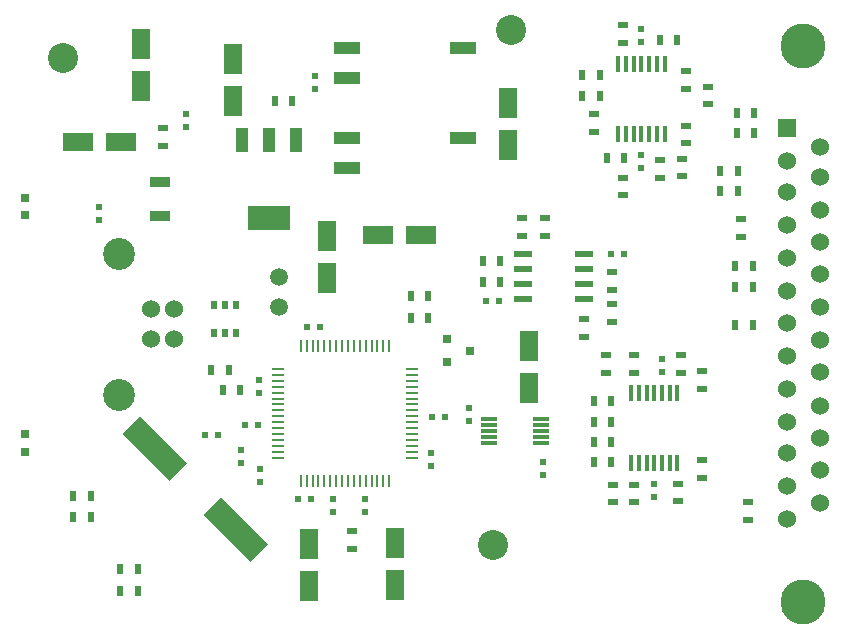
<source format=gbr>
G04 #@! TF.FileFunction,Soldermask,Top*
%FSLAX46Y46*%
G04 Gerber Fmt 4.6, Leading zero omitted, Abs format (unit mm)*
G04 Created by KiCad (PCBNEW 4.0.2-stable) date 2016-08-13 10:38.46*
%MOMM*%
G01*
G04 APERTURE LIST*
%ADD10C,0.100000*%
%ADD11C,2.540000*%
%ADD12C,1.506220*%
%ADD13R,0.900000X0.500000*%
%ADD14R,3.657600X2.032000*%
%ADD15R,1.016000X2.032000*%
%ADD16R,0.500000X0.600000*%
%ADD17R,0.600000X0.500000*%
%ADD18R,0.797560X0.797560*%
%ADD19R,1.700000X0.900000*%
%ADD20R,0.500000X0.900000*%
%ADD21C,1.524000*%
%ADD22C,2.700020*%
%ADD23C,3.810000*%
%ADD24R,1.524000X1.524000*%
%ADD25R,0.550000X0.800000*%
%ADD26R,0.800100X0.800100*%
%ADD27R,2.200000X1.000000*%
%ADD28R,1.400000X0.300000*%
%ADD29R,0.450000X1.450000*%
%ADD30R,1.550000X0.600000*%
%ADD31R,0.250000X1.000000*%
%ADD32R,1.000000X0.250000*%
%ADD33R,2.600960X1.600200*%
%ADD34R,1.600200X2.600960*%
G04 APERTURE END LIST*
D10*
D11*
X104350000Y-108450000D03*
X142250000Y-106050000D03*
D12*
X122650000Y-129470000D03*
X122650000Y-126930000D03*
D13*
X150800000Y-126550000D03*
X150800000Y-128050000D03*
D14*
X121800000Y-122002000D03*
D15*
X121800000Y-115398000D03*
X119514000Y-115398000D03*
X124086000Y-115398000D03*
D16*
X107400000Y-122150000D03*
X107400000Y-121050000D03*
X114700000Y-114250000D03*
X114700000Y-113150000D03*
X125700000Y-111050000D03*
X125700000Y-109950000D03*
X145000000Y-142650000D03*
X145000000Y-143750000D03*
X138700000Y-138050000D03*
X138700000Y-139150000D03*
X154400000Y-145600000D03*
X154400000Y-144500000D03*
X155050000Y-133900000D03*
X155050000Y-135000000D03*
X153300000Y-117750000D03*
X153300000Y-116650000D03*
D17*
X140150000Y-129000000D03*
X141250000Y-129000000D03*
X151800000Y-125000000D03*
X150700000Y-125000000D03*
D16*
X153300000Y-105950000D03*
X153300000Y-107050000D03*
D17*
X135550000Y-138800000D03*
X136650000Y-138800000D03*
D16*
X120900000Y-136750000D03*
X120900000Y-135650000D03*
D17*
X126050000Y-131200000D03*
X124950000Y-131200000D03*
D16*
X129900000Y-145750000D03*
X129900000Y-146850000D03*
D17*
X120850000Y-139500000D03*
X119750000Y-139500000D03*
D16*
X127200000Y-145750000D03*
X127200000Y-146850000D03*
X135500000Y-141850000D03*
X135500000Y-142950000D03*
X121000000Y-143250000D03*
X121000000Y-144350000D03*
X119400000Y-142750000D03*
X119400000Y-141650000D03*
D17*
X117450000Y-140300000D03*
X116350000Y-140300000D03*
X124250000Y-145800000D03*
X125350000Y-145800000D03*
D18*
X101100000Y-121749300D03*
X101100000Y-120250700D03*
X101100000Y-140250700D03*
X101100000Y-141749300D03*
D19*
X112550000Y-121800000D03*
X112550000Y-118900000D03*
D13*
X112800000Y-115850000D03*
X112800000Y-114350000D03*
D20*
X122250000Y-112100000D03*
X123750000Y-112100000D03*
D13*
X128750000Y-148450000D03*
X128750000Y-149950000D03*
D21*
X113750000Y-129710000D03*
X113750000Y-132250000D03*
X111751020Y-132250000D03*
X111751020Y-129710000D03*
D22*
X109051000Y-124980520D03*
X109051000Y-136979480D03*
D23*
X167000000Y-154500000D03*
X167000000Y-107400000D03*
D24*
X165580000Y-114340000D03*
D21*
X165580000Y-117134000D03*
X165580000Y-119801000D03*
X165580000Y-122595000D03*
X165580000Y-125389000D03*
X165580000Y-128183000D03*
X165580000Y-130850000D03*
X165580000Y-133644000D03*
X165580000Y-136438000D03*
X165580000Y-139232000D03*
X165580000Y-141899000D03*
X165580000Y-144693000D03*
X165580000Y-147487000D03*
X168420000Y-115914800D03*
X168420000Y-118454800D03*
X168420000Y-121248800D03*
X168420000Y-123992000D03*
X168420000Y-126735200D03*
X168420000Y-129529200D03*
X168420000Y-132272400D03*
X168420000Y-135015600D03*
X168420000Y-137860400D03*
X168420000Y-140552800D03*
X168420000Y-143296000D03*
X168420000Y-146090000D03*
D20*
X117850000Y-136500000D03*
X119350000Y-136500000D03*
X118350000Y-134800000D03*
X116850000Y-134800000D03*
X162850000Y-113100000D03*
X161350000Y-113100000D03*
X162850000Y-114800000D03*
X161350000Y-114800000D03*
X161450000Y-118000000D03*
X159950000Y-118000000D03*
X161450000Y-119700000D03*
X159950000Y-119700000D03*
D13*
X161700000Y-122050000D03*
X161700000Y-123550000D03*
D20*
X162750000Y-126000000D03*
X161250000Y-126000000D03*
X162750000Y-127800000D03*
X161250000Y-127800000D03*
X162750000Y-131000000D03*
X161250000Y-131000000D03*
D13*
X162300000Y-147550000D03*
X162300000Y-146050000D03*
D20*
X133750000Y-130400000D03*
X135250000Y-130400000D03*
X133750000Y-128600000D03*
X135250000Y-128600000D03*
X139850000Y-127400000D03*
X141350000Y-127400000D03*
X141350000Y-125600000D03*
X139850000Y-125600000D03*
X150750000Y-137500000D03*
X149250000Y-137500000D03*
X150750000Y-140900000D03*
X149250000Y-140900000D03*
D13*
X152700000Y-135050000D03*
X152700000Y-133550000D03*
X156400000Y-144450000D03*
X156400000Y-145950000D03*
X150300000Y-135050000D03*
X150300000Y-133550000D03*
X158400000Y-142450000D03*
X158400000Y-143950000D03*
X143200000Y-123450000D03*
X143200000Y-121950000D03*
X145100000Y-121950000D03*
X145100000Y-123450000D03*
D20*
X150750000Y-139200000D03*
X149250000Y-139200000D03*
X150750000Y-142600000D03*
X149250000Y-142600000D03*
D13*
X152700000Y-144550000D03*
X152700000Y-146050000D03*
X156650000Y-135050000D03*
X156650000Y-133550000D03*
X150900000Y-144550000D03*
X150900000Y-146050000D03*
X158450000Y-136450000D03*
X158450000Y-134950000D03*
X148400000Y-130550000D03*
X148400000Y-132050000D03*
X150800000Y-130750000D03*
X150800000Y-129250000D03*
X149300000Y-114650000D03*
X149300000Y-113150000D03*
D20*
X149750000Y-109900000D03*
X148250000Y-109900000D03*
X149750000Y-111600000D03*
X148250000Y-111600000D03*
D13*
X151700000Y-118550000D03*
X151700000Y-120050000D03*
D20*
X156350000Y-106900000D03*
X154850000Y-106900000D03*
X150350000Y-116900000D03*
X151850000Y-116900000D03*
D13*
X157100000Y-111050000D03*
X157100000Y-109550000D03*
X156700000Y-116950000D03*
X156700000Y-118450000D03*
X151700000Y-107150000D03*
X151700000Y-105650000D03*
X154900000Y-117050000D03*
X154900000Y-118550000D03*
X158900000Y-112350000D03*
X158900000Y-110850000D03*
X157100000Y-114150000D03*
X157100000Y-115650000D03*
D20*
X110650000Y-153550000D03*
X109150000Y-153550000D03*
X110650000Y-151700000D03*
X109150000Y-151700000D03*
X106700000Y-147300000D03*
X105200000Y-147300000D03*
X106700000Y-145500000D03*
X105200000Y-145500000D03*
D25*
X117100000Y-129300000D03*
X118050000Y-129300000D03*
X119000000Y-129300000D03*
X119000000Y-131700000D03*
X118050000Y-131700000D03*
X117100000Y-131700000D03*
D26*
X136799240Y-132250000D03*
X136799240Y-134150000D03*
X138798220Y-133200000D03*
D27*
X128340000Y-117700000D03*
X128340000Y-115160000D03*
X128340000Y-110080000D03*
X128340000Y-107540000D03*
X138160000Y-115160000D03*
X138160000Y-107540000D03*
D28*
X144800000Y-141000000D03*
X144800000Y-140500000D03*
X144800000Y-140000000D03*
X144800000Y-139500000D03*
X144800000Y-139000000D03*
X140400000Y-139000000D03*
X140400000Y-139500000D03*
X140400000Y-140000000D03*
X140400000Y-140500000D03*
X140400000Y-141000000D03*
D29*
X152450000Y-142700000D03*
X153100000Y-142700000D03*
X153750000Y-142700000D03*
X154400000Y-142700000D03*
X155050000Y-142700000D03*
X155700000Y-142700000D03*
X156350000Y-142700000D03*
X156350000Y-136800000D03*
X155700000Y-136800000D03*
X155050000Y-136800000D03*
X154400000Y-136800000D03*
X153750000Y-136800000D03*
X153100000Y-136800000D03*
X152450000Y-136800000D03*
D30*
X143250000Y-125045000D03*
X143250000Y-126315000D03*
X143250000Y-127585000D03*
X143250000Y-128855000D03*
X148400000Y-128855000D03*
X148400000Y-127585000D03*
X148400000Y-126315000D03*
X148400000Y-125045000D03*
D29*
X151350000Y-114850000D03*
X152000000Y-114850000D03*
X152650000Y-114850000D03*
X153300000Y-114850000D03*
X153950000Y-114850000D03*
X154600000Y-114850000D03*
X155250000Y-114850000D03*
X155250000Y-108950000D03*
X154600000Y-108950000D03*
X153950000Y-108950000D03*
X153300000Y-108950000D03*
X152650000Y-108950000D03*
X152000000Y-108950000D03*
X151350000Y-108950000D03*
D31*
X124450000Y-144200000D03*
X124950000Y-144200000D03*
X125450000Y-144200000D03*
X125950000Y-144200000D03*
X126450000Y-144200000D03*
X126950000Y-144200000D03*
X127450000Y-144200000D03*
X127950000Y-144200000D03*
X128450000Y-144200000D03*
X128950000Y-144200000D03*
X129450000Y-144200000D03*
X129950000Y-144200000D03*
X130450000Y-144200000D03*
X130950000Y-144200000D03*
X131450000Y-144200000D03*
X131950000Y-144200000D03*
D32*
X133900000Y-142250000D03*
X133900000Y-141750000D03*
X133900000Y-141250000D03*
X133900000Y-140750000D03*
X133900000Y-140250000D03*
X133900000Y-139750000D03*
X133900000Y-139250000D03*
X133900000Y-138750000D03*
X133900000Y-138250000D03*
X133900000Y-137750000D03*
X133900000Y-137250000D03*
X133900000Y-136750000D03*
X133900000Y-136250000D03*
X133900000Y-135750000D03*
X133900000Y-135250000D03*
X133900000Y-134750000D03*
D31*
X131950000Y-132800000D03*
X131450000Y-132800000D03*
X130950000Y-132800000D03*
X130450000Y-132800000D03*
X129950000Y-132800000D03*
X129450000Y-132800000D03*
X128950000Y-132800000D03*
X128450000Y-132800000D03*
X127950000Y-132800000D03*
X127450000Y-132800000D03*
X126950000Y-132800000D03*
X126450000Y-132800000D03*
X125950000Y-132800000D03*
X125450000Y-132800000D03*
X124950000Y-132800000D03*
X124450000Y-132800000D03*
D32*
X122500000Y-134750000D03*
X122500000Y-135250000D03*
X122500000Y-135750000D03*
X122500000Y-136250000D03*
X122500000Y-136750000D03*
X122500000Y-137250000D03*
X122500000Y-137750000D03*
X122500000Y-138250000D03*
X122500000Y-138750000D03*
X122500000Y-139250000D03*
X122500000Y-139750000D03*
X122500000Y-140250000D03*
X122500000Y-140750000D03*
X122500000Y-141250000D03*
X122500000Y-141750000D03*
X122500000Y-142250000D03*
D10*
G36*
X121701476Y-149566141D02*
X120216141Y-151051476D01*
X116255848Y-147091183D01*
X117741183Y-145605848D01*
X121701476Y-149566141D01*
X121701476Y-149566141D01*
G37*
G36*
X114844152Y-142708817D02*
X113358817Y-144194152D01*
X109398524Y-140233859D01*
X110883859Y-138748524D01*
X114844152Y-142708817D01*
X114844152Y-142708817D01*
G37*
D33*
X109200860Y-115500000D03*
X105599140Y-115500000D03*
D34*
X110900000Y-110800860D03*
X110900000Y-107199140D03*
X118700000Y-112100860D03*
X118700000Y-108499140D03*
X142000000Y-115800860D03*
X142000000Y-112199140D03*
D33*
X130999140Y-123400000D03*
X134600860Y-123400000D03*
D34*
X143750000Y-136400860D03*
X143750000Y-132799140D03*
X126700000Y-127050860D03*
X126700000Y-123449140D03*
X132450000Y-149449140D03*
X132450000Y-153050860D03*
X125150000Y-149549140D03*
X125150000Y-153150860D03*
D11*
X140700000Y-149650000D03*
M02*

</source>
